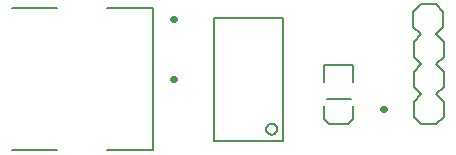
<source format=gto>
From 7591ecf541e33e0cbd58848db33ee13b69bb49a8 Mon Sep 17 00:00:00 2001
From: Tim Redfern <tim@eclectronics.org>
Date: Tue, 24 Apr 2012 16:23:56 +0100
Subject: add FT tutorial

---
 FT232-breakout/breakout.GTO | 121 ++++++++++++++++++++++++++++++++++++++++++++
 1 file changed, 121 insertions(+)
 create mode 100644 FT232-breakout/breakout.GTO

(limited to 'FT232-breakout/breakout.GTO')

diff --git a/FT232-breakout/breakout.GTO b/FT232-breakout/breakout.GTO
new file mode 100644
index 0000000..29612ee
--- /dev/null
+++ b/FT232-breakout/breakout.GTO
@@ -0,0 +1,121 @@
+G75*
+G70*
+%OFA0B0*%
+%FSLAX24Y24*%
+%IPPOS*%
+%LPD*%
+%AMOC8*
+5,1,8,0,0,1.08239X$1,22.5*
+%
+%ADD10C,0.0060*%
+%ADD11C,0.0220*%
+%ADD12C,0.0080*%
+%ADD13C,0.0050*%
+D10*
+X008421Y003185D02*
+X010724Y003185D01*
+X010724Y007279D01*
+X008421Y007279D01*
+X008421Y003185D01*
+X010159Y003568D02*
+X010161Y003594D01*
+X010167Y003620D01*
+X010176Y003645D01*
+X010189Y003668D01*
+X010205Y003689D01*
+X010224Y003707D01*
+X010246Y003723D01*
+X010269Y003735D01*
+X010294Y003743D01*
+X010320Y003748D01*
+X010347Y003749D01*
+X010373Y003746D01*
+X010398Y003739D01*
+X010423Y003729D01*
+X010445Y003715D01*
+X010466Y003698D01*
+X010483Y003679D01*
+X010498Y003657D01*
+X010509Y003633D01*
+X010517Y003607D01*
+X010521Y003581D01*
+X010521Y003555D01*
+X010517Y003529D01*
+X010509Y003503D01*
+X010498Y003479D01*
+X010483Y003457D01*
+X010466Y003438D01*
+X010445Y003421D01*
+X010423Y003407D01*
+X010398Y003397D01*
+X010373Y003390D01*
+X010347Y003387D01*
+X010320Y003388D01*
+X010294Y003393D01*
+X010269Y003401D01*
+X010246Y003413D01*
+X010224Y003429D01*
+X010205Y003447D01*
+X010189Y003468D01*
+X010176Y003491D01*
+X010167Y003516D01*
+X010161Y003542D01*
+X010159Y003568D01*
+D11*
+X007084Y005232D02*
+X007060Y005232D01*
+X007060Y007232D02*
+X007084Y007232D01*
+X014060Y004232D02*
+X014084Y004232D01*
+D12*
+X003183Y002870D02*
+X001686Y002870D01*
+X004836Y002870D02*
+X006371Y002870D01*
+X006371Y007594D01*
+X004836Y007594D01*
+X003183Y007594D02*
+X001686Y007594D01*
+X012100Y005716D02*
+X012100Y005126D01*
+X012100Y005716D02*
+X013045Y005716D01*
+X013045Y005126D01*
+X013045Y004338D02*
+X013045Y003905D01*
+X012887Y003748D01*
+X012257Y003748D01*
+X012100Y003905D01*
+X012100Y004338D01*
+X015072Y004481D02*
+X015073Y003981D01*
+X015323Y003731D01*
+X015823Y003732D01*
+X016073Y003983D01*
+X016072Y004483D01*
+X015821Y004732D01*
+X016071Y004983D01*
+X016070Y005483D01*
+X015820Y005732D01*
+X016069Y005983D01*
+X016068Y006483D01*
+X015818Y006732D01*
+X016067Y006983D01*
+X016067Y007483D01*
+X015816Y007732D01*
+X015316Y007731D01*
+X015067Y007481D01*
+X015067Y006981D01*
+X015318Y006731D01*
+X015068Y006481D01*
+X015069Y005981D01*
+X015320Y005731D01*
+X015070Y005481D01*
+X015071Y004981D01*
+X015321Y004731D01*
+X015072Y004481D01*
+D13*
+X012972Y004582D02*
+X012172Y004582D01*
+M02*
-- 
cgit v1.2.3


</source>
